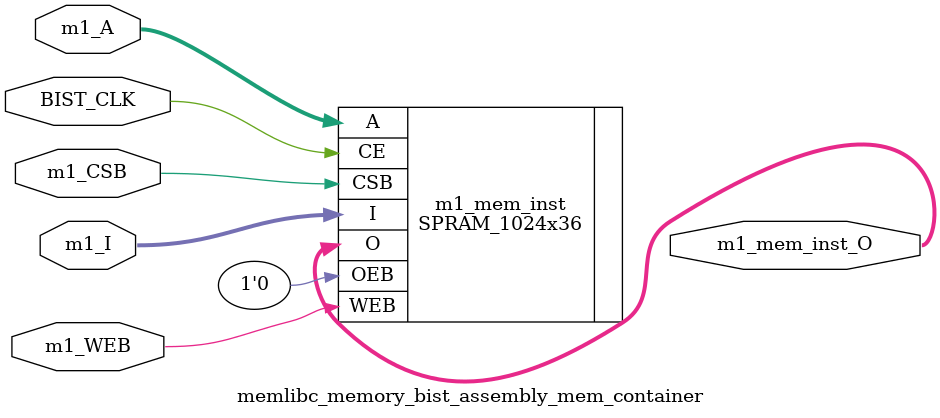
<source format=v>
/* Generated by Tessent Shell 2022.4 at Mon Apr 28 12:58:49 IST 2025 */
module memlibc_memory_bist_assembly(BIST_CLK, m1_A, m1_WEB, m1_CSB, m1_I, m1_O);
  input  [35:0] m1_I;
  input  [9:0] m1_A;
  input  BIST_CLK, m1_WEB, m1_CSB;
  output [35:0] m1_O;

  memlibc_memory_bist_assembly_mem_container mem_container_inst(
      .m1_A(m1_A), .BIST_CLK(BIST_CLK), .m1_WEB(m1_WEB), .m1_CSB(m1_CSB), .m1_I(m1_I), 
      .m1_mem_inst_O(m1_O)
  );
endmodule

module memlibc_memory_bist_assembly_mem_container(m1_A, BIST_CLK, m1_WEB, m1_CSB, 
                                                  m1_I, m1_mem_inst_O);
  input  [35:0] m1_I;
  input  [9:0] m1_A;
  input  BIST_CLK, m1_WEB, m1_CSB;
  output [35:0] m1_mem_inst_O;

  SPRAM_1024x36 m1_mem_inst(
      .A(m1_A), .CE(BIST_CLK), .WEB(m1_WEB), .OEB(1'b0), .CSB(m1_CSB), .I(m1_I), 
      .O(m1_mem_inst_O)
  );
endmodule


</source>
